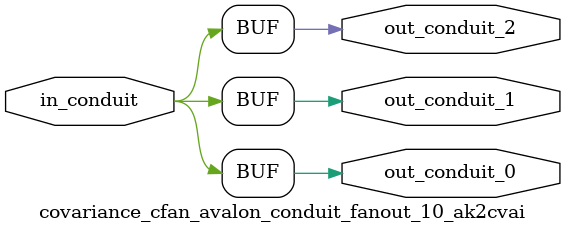
<source format=sv>


 


// --------------------------------------------------------------------------------
//| Avalon Conduit Fan-Out
// --------------------------------------------------------------------------------

// ------------------------------------------
// Generation parameters:
//   output_name:       covariance_cfan_avalon_conduit_fanout_10_ak2cvai
//   numFanOut:         3
//   
// ------------------------------------------

module covariance_cfan_avalon_conduit_fanout_10_ak2cvai (     

// Interface: out_conduit_0
 output                    out_conduit_0,
// Interface: out_conduit_1
 output                    out_conduit_1,
// Interface: out_conduit_2
 output                    out_conduit_2,

// Interface: in_conduit
 input                   in_conduit

);

   assign  out_conduit_0 = in_conduit;
   assign  out_conduit_1 = in_conduit;
   assign  out_conduit_2 = in_conduit;

endmodule //


</source>
